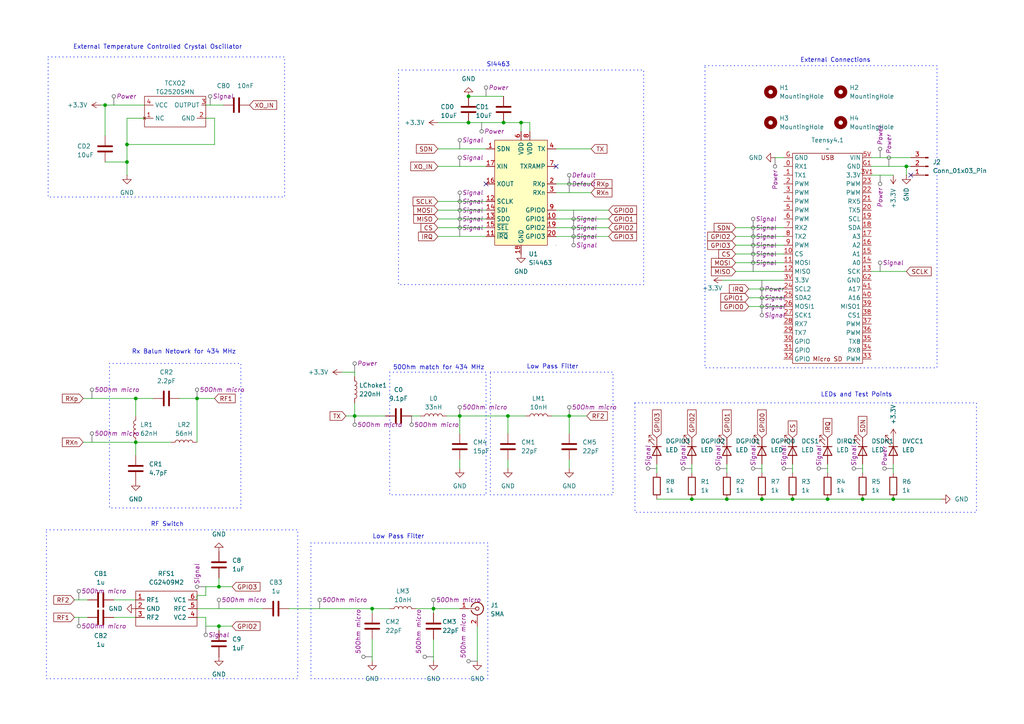
<source format=kicad_sch>
(kicad_sch (version 20231120) (generator "eeschema") (generator_version "8.0")
  (paper "A4")
  (lib_symbols
    (symbol "Avionics:Teensy4.1"
      (property "Reference" "Teensy4.1" (at 0 0 90))
      (symbol "Teensy4.1_1_1"
        (text "Micro SD" (at 0 -29.21 0) (effects (font (size 1.27 1.27))))
        (text "USB" (at 0 29.21 0) (effects (font (size 1.27 1.27))))
        (pin input line (at -12.7 26.67 0) (length 2.54) (name "RX1") (number "0"))
        (pin input line (at -12.7 24.13 0) (length 2.54) (name "TX1") (number "1"))
        (pin input line (at -12.7 1.27 0) (length 2.54) (name "CS") (number "10"))
        (pin input line (at -12.7 -1.27 0) (length 2.54) (name "MOSI") (number "11"))
        (pin input line (at -12.7 -3.81 0) (length 2.54) (name "MISO") (number "12"))
        (pin input line (at 12.7 -3.81 180) (length 2.54) (name "SCK") (number "13"))
        (pin input line (at 12.7 -1.27 180) (length 2.54) (name "A0") (number "14"))
        (pin input line (at 12.7 1.27 180) (length 2.54) (name "A1") (number "15"))
        (pin input line (at 12.7 3.81 180) (length 2.54) (name "A2") (number "16"))
        (pin input line (at 12.7 6.35 180) (length 2.54) (name "A3") (number "17"))
        (pin input line (at 12.7 8.89 180) (length 2.54) (name "SDA") (number "18"))
        (pin input line (at 12.7 11.43 180) (length 2.54) (name "SCL") (number "19"))
        (pin input line (at -12.7 21.59 0) (length 2.54) (name "PWM") (number "2"))
        (pin input line (at 12.7 13.97 180) (length 2.54) (name "TX5") (number "20"))
        (pin input line (at 12.7 16.51 180) (length 2.54) (name "RX5") (number "21"))
        (pin input line (at 12.7 19.05 180) (length 2.54) (name "PWM") (number "22"))
        (pin input line (at 12.7 21.59 180) (length 2.54) (name "PWM") (number "23"))
        (pin input line (at -12.7 -8.89 0) (length 2.54) (name "SCL2") (number "24"))
        (pin input line (at -12.7 -11.43 0) (length 2.54) (name "SDA2") (number "25"))
        (pin input line (at -12.7 -13.97 0) (length 2.54) (name "MOSI1") (number "26"))
        (pin input line (at -12.7 -16.51 0) (length 2.54) (name "SCK1") (number "27"))
        (pin input line (at -12.7 -19.05 0) (length 2.54) (name "RX7") (number "28"))
        (pin input line (at -12.7 -21.59 0) (length 2.54) (name "TX7") (number "29"))
        (pin input line (at -12.7 19.05 0) (length 2.54) (name "PWM") (number "3"))
        (pin input line (at -12.7 -24.13 0) (length 2.54) (name "GPIO") (number "30"))
        (pin input line (at -12.7 -26.67 0) (length 2.54) (name "GPIO") (number "31"))
        (pin input line (at -12.7 -29.21 0) (length 2.54) (name "GPIO") (number "32"))
        (pin input line (at 12.7 -29.21 180) (length 2.54) (name "PWM") (number "33"))
        (pin input line (at 12.7 -26.67 180) (length 2.54) (name "RX8") (number "34"))
        (pin input line (at 12.7 -24.13 180) (length 2.54) (name "TX8") (number "35"))
        (pin input line (at 12.7 -21.59 180) (length 2.54) (name "PWM") (number "36"))
        (pin input line (at 12.7 -19.05 180) (length 2.54) (name "PWM") (number "37"))
        (pin input line (at 12.7 -16.51 180) (length 2.54) (name "CS1") (number "38"))
        (pin input line (at 12.7 -13.97 180) (length 2.54) (name "MISO1") (number "39"))
        (pin input line (at -12.7 -6.35 0) (length 2.54) (name "3.3V") (number "3V"))
        (pin input line (at 12.7 24.13 180) (length 2.54) (name "3.3V") (number "3V1"))
        (pin input line (at -12.7 16.51 0) (length 2.54) (name "PWM") (number "4"))
        (pin input line (at 12.7 -11.43 180) (length 2.54) (name "A16") (number "40"))
        (pin input line (at 12.7 -8.89 180) (length 2.54) (name "A17") (number "41"))
        (pin input line (at -12.7 13.97 0) (length 2.54) (name "PWM") (number "5"))
        (pin input line (at 12.7 29.21 180) (length 2.54) (name "VIN") (number "5V"))
        (pin input line (at -12.7 11.43 0) (length 2.54) (name "PWM") (number "6"))
        (pin input line (at -12.7 8.89 0) (length 2.54) (name "RX2") (number "7"))
        (pin input line (at -12.7 6.35 0) (length 2.54) (name "TX2") (number "8"))
        (pin input line (at -12.7 3.81 0) (length 2.54) (name "PWM") (number "9"))
        (pin input line (at -12.7 29.21 0) (length 2.54) (name "GND") (number "G"))
        (pin input line (at 12.7 26.67 180) (length 2.54) (name "GND") (number "G1"))
        (pin input line (at 12.7 -6.35 180) (length 2.54) (name "GND") (number "G2"))
      )
    )
    (symbol "Connector:Conn_01x03_Pin" (pin_names (offset 1.016) hide)
      (property "Reference" "J" (at 0 5.08 0))
      (property "Value" "Conn_01x03_Pin" (at 0 -5.08 0))
      (symbol "Conn_01x03_Pin_1_1"
        (pin passive line (at 5.08 2.54 180) (length 3.81) (name "Pin_1") (number "1"))
        (pin passive line (at 5.08 0 180) (length 3.81) (name "Pin_2") (number "2"))
        (pin passive line (at 5.08 -2.54 180) (length 3.81) (name "Pin_3") (number "3"))
      )
    )
    (symbol "Connector:Conn_Coaxial" (pin_names (offset 1.016) hide)
      (property "Reference" "J" (at 0.254 3.048 0))
      (property "Value" "Conn_Coaxial" (at 2.921 0 90))
      (symbol "Conn_Coaxial_1_1"
        (pin passive line (at -5.08 0 0) (length 2.54) (name "In") (number "1"))
        (pin passive line (at 0 -5.08 90) (length 2.54) (name "Ext") (number "2"))
      )
    )
    (symbol "Device:C" (pin_numbers hide) (pin_names (offset 0.254))
      (property "Reference" "C" (at 0.635 2.54 0))
      (property "Value" "C" (at 0.635 -2.54 0))
      (symbol "C_1_1"
        (pin passive line (at 0 3.81 270) (length 2.794) (name "~") (number "1"))
        (pin passive line (at 0 -3.81 90) (length 2.794) (name "~") (number "2"))
      )
    )
    (symbol "Device:L" (pin_numbers hide) (pin_names (offset 1.016) hide)
      (property "Reference" "L" (at -1.27 0 90))
      (property "Value" "L" (at 1.905 0 90))
      (symbol "L_1_1"
        (pin passive line (at 0 3.81 270) (length 1.27) (name "1") (number "1"))
        (pin passive line (at 0 -3.81 90) (length 1.27) (name "2") (number "2"))
      )
    )
    (symbol "Device:LED" (pin_numbers hide) (pin_names (offset 1.016) hide)
      (property "Reference" "D" (at 0 2.54 0))
      (property "Value" "LED" (at 0 -2.54 0))
      (symbol "LED_1_1"
        (pin passive line (at -3.81 0 0) (length 2.54) (name "K") (number "1"))
        (pin passive line (at 3.81 0 180) (length 2.54) (name "A") (number "2"))
      )
    )
    (symbol "Device:R" (pin_numbers hide) (pin_names (offset 0))
      (property "Reference" "R" (at 2.032 0 90))
      (property "Value" "R" (at 0 0 90))
      (symbol "R_1_1"
        (pin passive line (at 0 3.81 270) (length 1.27) (name "~") (number "1"))
        (pin passive line (at 0 -3.81 90) (length 1.27) (name "~") (number "2"))
      )
    )
    (symbol "Mechanical:MountingHole" (pin_names (offset 1.016)) (exclude_from_sim yes) (in_bom no)
      (property "Reference" "H" (at 0 5.08 0))
      (property "Value" "MountingHole" (at 0 3.175 0))
    )
    (symbol "RF:Si4463"
      (property "Reference" "U" (at -6.35 16.51 0))
      (property "Value" "Si4463" (at 6.35 16.51 0))
      (symbol "Si4463_1_1"
        (pin input line (at -10.16 12.7 0) (length 2.54) (name "SDN") (number "1"))
        (pin bidirectional line (at 10.16 -7.62 180) (length 2.54) (name "GPIO1") (number "10"))
        (pin open_collector line (at -10.16 -12.7 0) (length 2.54) (name "~{IRQ}") (number "11"))
        (pin input line (at -10.16 -2.54 0) (length 2.54) (name "SCLK") (number "12"))
        (pin output line (at -10.16 -7.62 0) (length 2.54) (name "SDO") (number "13"))
        (pin input line (at -10.16 -5.08 0) (length 2.54) (name "SDI") (number "14"))
        (pin input line (at -10.16 -10.16 0) (length 2.54) (name "~{SEL}") (number "15"))
        (pin passive line (at -10.16 2.54 0) (length 2.54) (name "XOUT") (number "16"))
        (pin input line (at -10.16 7.62 0) (length 2.54) (name "XIN") (number "17"))
        (pin power_in line (at 0 -17.78 90) (length 2.54) (name "GND") (number "18"))
        (pin bidirectional line (at 10.16 -10.16 180) (length 2.54) (name "GPIO2") (number "19"))
        (pin input line (at 10.16 2.54 180) (length 2.54) (name "RXp") (number "2"))
        (pin bidirectional line (at 10.16 -12.7 180) (length 2.54) (name "GPIO3") (number "20"))
        (pin passive line (at 0 -17.78 90) (length 2.54) hide (name "GND") (number "21"))
        (pin input line (at 10.16 0 180) (length 2.54) (name "RXn") (number "3"))
        (pin output line (at 10.16 12.7 180) (length 2.54) (name "TX") (number "4"))
        (pin no_connect line (at 7.62 -15.24 180) (length 2.54) hide (name "NC") (number "5"))
        (pin power_in line (at 0 17.78 270) (length 2.54) (name "VDD") (number "6"))
        (pin output line (at 10.16 7.62 180) (length 2.54) (name "TXRAMP") (number "7"))
        (pin power_in line (at 2.54 17.78 270) (length 2.54) (name "VDD") (number "8"))
        (pin bidirectional line (at 10.16 -5.08 180) (length 2.54) (name "GPIO0") (number "9"))
      )
    )
    (symbol "RF_Switch:CG2409M2"
      (property "Reference" "RFS" (at 11.43 2.54 0) (show_name))
      (property "Value" "CG2409M2" (at 11.43 0 0))
      (symbol "CG2409M2_1_1"
        (pin input line (at 2.54 -3.81 0) (length 2.54) (name "RF1") (number "1"))
        (pin free line (at 2.54 -6.35 0) (length 2.54) (name "GND") (number "2"))
        (pin output line (at 2.54 -8.89 0) (length 2.54) (name "RF2") (number "3"))
        (pin input line (at 20.32 -8.89 180) (length 2.54) (name "VC2") (number "4"))
        (pin input line (at 20.32 -6.35 180) (length 2.54) (name "RFC") (number "5"))
        (pin input line (at 20.32 -3.81 180) (length 2.54) (name "VC1") (number "6"))
      )
    )
    (symbol "RTX-104CHZ1-S-32.000-TR__1"
      (property "Reference" "TCXO" (at 0 0 0))
      (symbol "RTX-104CHZ1-S-32.000-TR__1_1_1"
        (pin no_connect line (at 0 -8.89 0) (length 2.54) (name "NC") (number "1"))
        (pin free line (at 17.78 -8.89 180) (length 2.54) (name "GND") (number "2"))
        (pin output line (at 17.78 -5.08 180) (length 1.27) (name "OUTPUT") (number "3"))
        (pin input line (at 0 -5.08 0) (length 2.54) (name "VCC") (number "4"))
      )
    )
    (symbol "power:+3.3V" (power) (pin_numbers hide) (pin_names (offset 0) hide)
      (property "Value" "+3.3V" (at 0 3.556 0))
      (symbol "+3.3V_1_1"
        (pin power_in line (at 0 0 90) (length 0) (name "~") (number "1"))
      )
    )
    (symbol "power:GND" (power) (pin_numbers hide) (pin_names (offset 0) hide)
      (property "Value" "GND" (at 0 -3.81 0))
      (symbol "GND_1_1"
        (pin power_in line (at 0 0 270) (length 0) (name "~") (number "1"))
      )
    )
  )
  (junction (at 30.48 30.48))
  (junction (at 135.89 27.94))
  (junction (at 250.19 144.78))
  (junction (at 36.83 46.99))
  (junction (at 39.37 128.27))
  (junction (at 220.98 144.78))
  (junction (at 135.89 35.56))
  (junction (at 102.87 120.65))
  (junction (at 151.13 35.56))
  (junction (at 36.83 41.91))
  (junction (at 240.03 144.78))
  (junction (at 200.66 144.78))
  (junction (at 147.32 120.65))
  (junction (at 57.15 115.57))
  (junction (at 259.08 144.78))
  (junction (at 63.5 181.61))
  (junction (at 262.89 48.26))
  (junction (at 146.05 35.56))
  (junction (at 165.1 120.65))
  (junction (at 107.95 176.53))
  (junction (at 229.87 144.78))
  (junction (at 125.73 176.53))
  (junction (at 210.82 144.78))
  (junction (at 133.35 120.65))
  (junction (at 39.37 115.57))
  (junction (at 63.5 170.18))
  (no_connect (at 161.29 48.26))
  (no_connect (at 264.16 50.8))
  (no_connect (at 140.97 53.34))
  (wire (pts (xy 119.38 120.65) (xy 121.92 120.65)))
  (wire (pts (xy 213.36 78.74) (xy 227.33 78.74)))
  (wire (pts (xy 39.37 128.27) (xy 49.53 128.27)))
  (wire (pts (xy 259.08 50.8) (xy 252.73 50.8)))
  (wire (pts (xy 125.73 176.53) (xy 133.35 176.53)))
  (wire (pts (xy 165.1 133.35) (xy 165.1 135.89)))
  (wire (pts (xy 213.36 68.58) (xy 227.33 68.58)))
  (wire (pts (xy 165.1 125.73) (xy 165.1 120.65)))
  (wire (pts (xy 30.48 46.99) (xy 36.83 46.99)))
  (wire (pts (xy 59.69 172.72) (xy 57.15 172.72)))
  (wire (pts (xy 30.48 30.48) (xy 30.48 39.37)))
  (wire (pts (xy 146.05 35.56) (xy 151.13 35.56)))
  (wire (pts (xy 171.45 55.88) (xy 161.29 55.88)))
  (wire (pts (xy 165.1 120.65) (xy 170.18 120.65)))
  (wire (pts (xy 147.32 120.65) (xy 152.4 120.65)))
  (wire (pts (xy 102.87 107.95) (xy 102.87 109.22)))
  (wire (pts (xy 33.02 179.07) (xy 39.37 179.07)))
  (wire (pts (xy 21.59 173.99) (xy 25.4 173.99)))
  (wire (pts (xy 63.5 181.61) (xy 67.31 181.61)))
  (wire (pts (xy 171.45 53.34) (xy 161.29 53.34)))
  (wire (pts (xy 147.32 133.35) (xy 147.32 135.89)))
  (wire (pts (xy 107.95 176.53) (xy 113.03 176.53)))
  (wire (pts (xy 107.95 176.53) (xy 107.95 177.8)))
  (wire (pts (xy 127 43.18) (xy 140.97 43.18)))
  (wire (pts (xy 227.33 45.72) (xy 224.79 45.72)))
  (wire (pts (xy 102.87 116.84) (xy 102.87 120.65)))
  (wire (pts (xy 57.15 172.72) (xy 57.15 173.99)))
  (wire (pts (xy 262.89 78.74) (xy 252.73 78.74)))
  (wire (pts (xy 36.83 34.29) (xy 36.83 41.91)))
  (wire (pts (xy 250.19 134.62) (xy 250.19 137.16)))
  (wire (pts (xy 135.89 35.56) (xy 146.05 35.56)))
  (wire (pts (xy 102.87 120.65) (xy 111.76 120.65)))
  (wire (pts (xy 127 68.58) (xy 140.97 68.58)))
  (wire (pts (xy 210.82 134.62) (xy 210.82 137.16)))
  (wire (pts (xy 59.69 179.07) (xy 59.69 181.61)))
  (wire (pts (xy 39.37 128.27) (xy 39.37 132.08)))
  (wire (pts (xy 127 48.26) (xy 140.97 48.26)))
  (wire (pts (xy 127 66.04) (xy 140.97 66.04)))
  (wire (pts (xy 209.55 81.28) (xy 227.33 81.28)))
  (wire (pts (xy 129.54 120.65) (xy 133.35 120.65)))
  (wire (pts (xy 29.21 30.48) (xy 30.48 30.48)))
  (wire (pts (xy 160.02 120.65) (xy 165.1 120.65)))
  (wire (pts (xy 252.73 45.72) (xy 264.16 45.72)))
  (wire (pts (xy 176.53 60.96) (xy 161.29 60.96)))
  (wire (pts (xy 220.98 134.62) (xy 220.98 137.16)))
  (wire (pts (xy 36.83 46.99) (xy 36.83 50.8)))
  (wire (pts (xy 200.66 134.62) (xy 200.66 137.16)))
  (wire (pts (xy 107.95 185.42) (xy 107.95 191.77)))
  (wire (pts (xy 21.59 179.07) (xy 25.4 179.07)))
  (wire (pts (xy 127 58.42) (xy 140.97 58.42)))
  (wire (pts (xy 59.69 34.29) (xy 62.23 34.29)))
  (wire (pts (xy 240.03 134.62) (xy 240.03 137.16)))
  (wire (pts (xy 217.17 88.9) (xy 227.33 88.9)))
  (wire (pts (xy 252.73 48.26) (xy 262.89 48.26)))
  (wire (pts (xy 176.53 66.04) (xy 161.29 66.04)))
  (wire (pts (xy 41.91 34.29) (xy 36.83 34.29)))
  (wire (pts (xy 135.89 27.94) (xy 146.05 27.94)))
  (wire (pts (xy 138.43 181.61) (xy 138.43 191.77)))
  (wire (pts (xy 83.82 176.53) (xy 107.95 176.53)))
  (wire (pts (xy 259.08 144.78) (xy 273.05 144.78)))
  (wire (pts (xy 176.53 63.5) (xy 161.29 63.5)))
  (wire (pts (xy 133.35 120.65) (xy 133.35 125.73)))
  (wire (pts (xy 151.13 35.56) (xy 153.67 35.56)))
  (wire (pts (xy 30.48 30.48) (xy 41.91 30.48)))
  (wire (pts (xy 59.69 170.18) (xy 63.5 170.18)))
  (wire (pts (xy 33.02 173.99) (xy 39.37 173.99)))
  (wire (pts (xy 229.87 134.62) (xy 229.87 137.16)))
  (wire (pts (xy 62.23 34.29) (xy 62.23 41.91)))
  (wire (pts (xy 57.15 115.57) (xy 62.23 115.57)))
  (wire (pts (xy 62.23 41.91) (xy 36.83 41.91)))
  (wire (pts (xy 220.98 144.78) (xy 229.87 144.78)))
  (wire (pts (xy 190.5 144.78) (xy 200.66 144.78)))
  (wire (pts (xy 59.69 170.18) (xy 59.69 172.72)))
  (wire (pts (xy 240.03 144.78) (xy 250.19 144.78)))
  (wire (pts (xy 217.17 83.82) (xy 227.33 83.82)))
  (wire (pts (xy 99.06 107.95) (xy 102.87 107.95)))
  (wire (pts (xy 213.36 76.2) (xy 227.33 76.2)))
  (wire (pts (xy 127 35.56) (xy 135.89 35.56)))
  (wire (pts (xy 200.66 144.78) (xy 210.82 144.78)))
  (wire (pts (xy 147.32 120.65) (xy 147.32 125.73)))
  (wire (pts (xy 262.89 48.26) (xy 264.16 48.26)))
  (wire (pts (xy 39.37 115.57) (xy 39.37 120.65)))
  (wire (pts (xy 213.36 71.12) (xy 227.33 71.12)))
  (wire (pts (xy 63.5 182.88) (xy 63.5 181.61)))
  (wire (pts (xy 57.15 179.07) (xy 59.69 179.07)))
  (wire (pts (xy 250.19 144.78) (xy 259.08 144.78)))
  (wire (pts (xy 59.69 181.61) (xy 63.5 181.61)))
  (wire (pts (xy 24.13 115.57) (xy 39.37 115.57)))
  (wire (pts (xy 133.35 120.65) (xy 147.32 120.65)))
  (wire (pts (xy 153.67 35.56) (xy 153.67 38.1)))
  (wire (pts (xy 213.36 66.04) (xy 227.33 66.04)))
  (wire (pts (xy 213.36 73.66) (xy 227.33 73.66)))
  (wire (pts (xy 100.33 120.65) (xy 102.87 120.65)))
  (wire (pts (xy 190.5 134.62) (xy 190.5 137.16)))
  (wire (pts (xy 57.15 115.57) (xy 52.07 115.57)))
  (wire (pts (xy 125.73 177.8) (xy 125.73 176.53)))
  (wire (pts (xy 39.37 115.57) (xy 44.45 115.57)))
  (wire (pts (xy 262.89 48.26) (xy 262.89 50.8)))
  (wire (pts (xy 259.08 134.62) (xy 259.08 137.16)))
  (wire (pts (xy 127 63.5) (xy 140.97 63.5)))
  (wire (pts (xy 57.15 176.53) (xy 76.2 176.53)))
  (wire (pts (xy 63.5 167.64) (xy 63.5 170.18)))
  (wire (pts (xy 171.45 43.18) (xy 161.29 43.18)))
  (wire (pts (xy 151.13 35.56) (xy 151.13 38.1)))
  (wire (pts (xy 133.35 133.35) (xy 133.35 135.89)))
  (wire (pts (xy 127 60.96) (xy 140.97 60.96)))
  (wire (pts (xy 229.87 144.78) (xy 240.03 144.78)))
  (wire (pts (xy 176.53 68.58) (xy 161.29 68.58)))
  (wire (pts (xy 24.13 128.27) (xy 39.37 128.27)))
  (wire (pts (xy 36.83 41.91) (xy 36.83 46.99)))
  (wire (pts (xy 217.17 86.36) (xy 227.33 86.36)))
  (wire (pts (xy 210.82 144.78) (xy 220.98 144.78)))
  (wire (pts (xy 120.65 176.53) (xy 125.73 176.53)))
  (wire (pts (xy 63.5 170.18) (xy 67.31 170.18)))
  (wire (pts (xy 57.15 128.27) (xy 57.15 115.57)))
  (wire (pts (xy 59.69 30.48) (xy 64.77 30.48)))
  (wire (pts (xy 125.73 185.42) (xy 125.73 191.77)))
  (rectangle (start 204.47 19.05) (end 271.78 106.68) (stroke (width 0.254) (type dot) (color 23 47 255 1)))
  (rectangle (start 13.97 16.51) (end 82.55 57.15) (stroke (width 0.254) (type dot) (color 23 47 255 1)))
  (rectangle (start 184.15 116.84) (end 283.21 148.59) (stroke (width 0.254) (type dot) (color 23 47 255 1)))
  (rectangle (start 142.24 107.95) (end 177.8 143.51) (stroke (width 0.254) (type dot) (color 23 47 255 1)))
  (rectangle (start 31.75 105.41) (end 69.85 147.32) (stroke (width 0.254) (type dot) (color 23 47 255 1)))
  (rectangle (start 90.17 157.48) (end 141.478 196.85) (stroke (width 0.254) (type dot) (color 23 47 255 1)))
  (rectangle (start 115.57 20.32) (end 186.69 82.55) (stroke (width 0.254) (type dot) (color 23 47 255 1)))
  (rectangle (start 13.462 153.67) (end 86.36 196.85) (stroke (width 0.254) (type dot) (color 23 47 255 1)))
  (rectangle (start 113.03 107.95) (end 140.97 143.51) (stroke (width 0.254) (type dot) (color 23 47 255 1)))
  (text "Rx Balun Netowrk for 434 MHz\n" (at 53.34 102.108 0) (effects (font (size 1.27 1.27))))
  (text "LEDs and Test Points\n" (at 248.412 114.554 0) (effects (font (size 1.27 1.27))))
  (text "External Temperature Controlled Crystal Oscillator\n\n" (at 45.72 14.732 0) (effects (font (size 1.27 1.27))))
  (text "RF Switch\n" (at 48.514 152.146 0) (effects (font (size 1.27 1.27))))
  (text "Low Pass Filter" (at 115.57 155.702 0) (effects (font (size 1.27 1.27))))
  (text "Low Pass Filter" (at 160.274 106.426 0) (effects (font (size 1.27 1.27))))
  (text "50Ohm match for 434 MHz\n" (at 127.254 106.68 0) (effects (font (size 1.27 1.27))))
  (text "SI4463" (at 144.526 18.796 0) (effects (font (size 1.27 1.27))))
  (text "External Connections\n" (at 242.316 17.526 0) (effects (font (size 1.27 1.27))))
  (global_label "GPIO3" (shape input) (at 190.5 127 90) (property "Intersheetrefs" "${INTERSHEET_REFS}" (effects (hide yes))))
  (global_label "GPIO0" (shape input) (at 176.53 60.96 0) (property "Intersheetrefs" "${INTERSHEET_REFS}" (effects (hide yes))))
  (global_label "RXn" (shape input) (at 24.13 128.27 180) (property "Intersheetrefs" "${INTERSHEET_REFS}" (effects (hide yes))))
  (global_label "SDN" (shape input) (at 213.36 66.04 180) (property "Intersheetrefs" "${INTERSHEET_REFS}" (effects (hide yes))))
  (global_label "GPIO2" (shape input) (at 213.36 68.58 180) (property "Intersheetrefs" "${INTERSHEET_REFS}" (effects (hide yes))))
  (global_label "CS" (shape input) (at 127 66.04 180) (property "Intersheetrefs" "${INTERSHEET_REFS}" (effects (hide yes))))
  (global_label "RXp" (shape input) (at 171.45 53.34 0) (property "Intersheetrefs" "${INTERSHEET_REFS}" (effects (hide yes))))
  (global_label "IRQ" (shape input) (at 217.17 83.82 180) (property "Intersheetrefs" "${INTERSHEET_REFS}" (effects (hide yes))))
  (global_label "TX" (shape input) (at 171.45 43.18 0) (property "Intersheetrefs" "${INTERSHEET_REFS}" (effects (hide yes))))
  (global_label "GPIO2" (shape input) (at 200.66 127 90) (property "Intersheetrefs" "${INTERSHEET_REFS}" (effects (hide yes))))
  (global_label "GPIO0" (shape input) (at 217.17 88.9 180) (property "Intersheetrefs" "${INTERSHEET_REFS}" (effects (hide yes))))
  (global_label "XO_IN" (shape input) (at 72.39 30.48 0) (property "Intersheetrefs" "${INTERSHEET_REFS}" (effects (hide yes))))
  (global_label "GPIO1" (shape input) (at 176.53 63.5 0) (property "Intersheetrefs" "${INTERSHEET_REFS}" (effects (hide yes))))
  (global_label "IRQ" (shape input) (at 127 68.58 180) (property "Intersheetrefs" "${INTERSHEET_REFS}" (effects (hide yes))))
  (global_label "SCLK" (shape input) (at 262.89 78.74 0) (property "Intersheetrefs" "${INTERSHEET_REFS}" (effects (hide yes))))
  (global_label "SDN" (shape input) (at 250.19 127 90) (property "Intersheetrefs" "${INTERSHEET_REFS}" (effects (hide yes))))
  (global_label "SDN" (shape input) (at 127 43.18 180) (property "Intersheetrefs" "${INTERSHEET_REFS}" (effects (hide yes))))
  (global_label "RF2" (shape input) (at 21.59 173.99 180) (property "Intersheetrefs" "${INTERSHEET_REFS}" (effects (hide yes))))
  (global_label "RF1" (shape input) (at 21.59 179.07 180) (property "Intersheetrefs" "${INTERSHEET_REFS}" (effects (hide yes))))
  (global_label "GPIO0" (shape input) (at 220.98 127 90) (property "Intersheetrefs" "${INTERSHEET_REFS}" (effects (hide yes))))
  (global_label "MISO" (shape input) (at 213.36 78.74 180) (property "Intersheetrefs" "${INTERSHEET_REFS}" (effects (hide yes))))
  (global_label "MISO" (shape input) (at 127 63.5 180) (property "Intersheetrefs" "${INTERSHEET_REFS}" (effects (hide yes))))
  (global_label "TX" (shape input) (at 100.33 120.65 180) (property "Intersheetrefs" "${INTERSHEET_REFS}" (effects (hide yes))))
  (global_label "RF2" (shape input) (at 170.18 120.65 0) (property "Intersheetrefs" "${INTERSHEET_REFS}" (effects (hide yes))))
  (global_label "GPIO1" (shape input) (at 217.17 86.36 180) (property "Intersheetrefs" "${INTERSHEET_REFS}" (effects (hide yes))))
  (global_label "GPIO2" (shape input) (at 67.31 181.61 0) (property "Intersheetrefs" "${INTERSHEET_REFS}" (effects (hide yes))))
  (global_label "RXp" (shape input) (at 24.13 115.57 180) (property "Intersheetrefs" "${INTERSHEET_REFS}" (effects (hide yes))))
  (global_label "GPIO3" (shape input) (at 67.31 170.18 0) (property "Intersheetrefs" "${INTERSHEET_REFS}" (effects (hide yes))))
  (global_label "CS" (shape input) (at 229.87 127 90) (property "Intersheetrefs" "${INTERSHEET_REFS}" (effects (hide yes))))
  (global_label "IRQ" (shape input) (at 240.03 127 90) (property "Intersheetrefs" "${INTERSHEET_REFS}" (effects (hide yes))))
  (global_label "RF1" (shape input) (at 62.23 115.57 0) (property "Intersheetrefs" "${INTERSHEET_REFS}" (effects (hide yes))))
  (global_label "GPIO3" (shape input) (at 176.53 68.58 0) (property "Intersheetrefs" "${INTERSHEET_REFS}" (effects (hide yes))))
  (global_label "MOSI" (shape input) (at 213.36 76.2 180) (property "Intersheetrefs" "${INTERSHEET_REFS}" (effects (hide yes))))
  (global_label "RXn" (shape input) (at 171.45 55.88 0) (property "Intersheetrefs" "${INTERSHEET_REFS}" (effects (hide yes))))
  (global_label "CS" (shape input) (at 213.36 73.66 180) (property "Intersheetrefs" "${INTERSHEET_REFS}" (effects (hide yes))))
  (global_label "GPIO2" (shape input) (at 176.53 66.04 0) (property "Intersheetrefs" "${INTERSHEET_REFS}" (effects (hide yes))))
  (global_label "SCLK" (shape input) (at 127 58.42 180) (property "Intersheetrefs" "${INTERSHEET_REFS}" (effects (hide yes))))
  (global_label "GPIO1" (shape input) (at 210.82 127 90) (property "Intersheetrefs" "${INTERSHEET_REFS}" (effects (hide yes))))
  (global_label "XO_IN" (shape input) (at 127 48.26 180) (property "Intersheetrefs" "${INTERSHEET_REFS}" (effects (hide yes))))
  (global_label "MOSI" (shape input) (at 127 60.96 180) (property "Intersheetrefs" "${INTERSHEET_REFS}" (effects (hide yes))))
  (global_label "GPIO3" (shape input) (at 213.36 71.12 180) (property "Intersheetrefs" "${INTERSHEET_REFS}" (effects (hide yes))))
  (netclass_flag "" (length 2.54) (shape round) (at 218.44 73.66 0) (property "Netclass" "Signal" (at 219.1385 71.12 0) (effects (font (italic yes)) (justify left))))
  (netclass_flag "" (length 2.54) (shape round) (at 165.1 53.34 0) (property "Netclass" "Default" (at 165.7985 50.8 0) (effects (font (italic yes)) (justify left))))
  (netclass_flag "" (length 2.54) (shape round) (at 166.37 63.5 180) (property "Netclass" "Signal" (at 167.0685 66.04 0) (effects (font (italic yes)) (justify left))))
  (netclass_flag "" (length 2.54) (shape round) (at 60.96 30.48 0) (property "Netclass" "Signal" (at 61.6585 27.94 0) (effects (font (italic yes)) (justify left))))
  (netclass_flag "" (length 2.54) (shape round) (at 255.27 50.8 180) (property "Netclass" "Power" (at 255.27 60.198 90) (effects (font (italic yes)) (justify left))))
  (netclass_flag "" (length 2.54) (shape round) (at 102.87 107.95 0) (property "Netclass" "Power" (at 103.5685 105.41 0) (effects (font (italic yes)) (justify left))))
  (netclass_flag "" (length 2.54) (shape round) (at 63.5 176.53 0) (property "Netclass" "50Ohm micro" (at 64.1985 173.99 0) (effects (font (italic yes)) (justify left))))
  (netclass_flag "" (length 2.54) (shape round) (at 107.95 190.5 90) (property "Netclass" "50Ohm micro" (at 103.886 189.738 90) (effects (font (italic yes)) (justify left))))
  (netclass_flag "" (length 2.54) (shape round) (at 200.66 135.89 90) (property "Netclass" "Signal" (at 198.12 135.1915 90) (effects (font (italic yes)) (justify left))))
  (netclass_flag "" (length 2.54) (shape round) (at 220.98 88.9 180) (property "Netclass" "Signal" (at 221.6785 91.44 0) (effects (font (italic yes)) (justify left))))
  (netclass_flag "" (length 2.54) (shape round) (at 220.98 83.82 180) (property "Netclass" "Signal" (at 221.6785 86.36 0) (effects (font (italic yes)) (justify left))))
  (netclass_flag "" (length 2.54) (shape round) (at 218.44 71.12 0) (property "Netclass" "Signal" (at 219.1385 68.58 0) (effects (font (italic yes)) (justify left))))
  (netclass_flag "" (length 2.54) (shape round) (at 92.71 176.53 0) (property "Netclass" "50Ohm micro" (at 93.4085 173.99 0) (effects (font (italic yes)) (justify left))))
  (netclass_flag "" (length 2.54) (shape round) (at 166.37 68.58 180) (property "Netclass" "Signal" (at 167.0685 71.12 0) (effects (font (italic yes)) (justify left))))
  (netclass_flag "" (length 2.54) (shape round) (at 166.37 66.04 180) (property "Netclass" "Signal" (at 167.0685 68.58 0) (effects (font (italic yes)) (justify left))))
  (netclass_flag "" (length 2.54) (shape round) (at 22.86 179.07 180) (property "Netclass" "50Ohm micro" (at 23.5585 181.61 0) (effects (font (italic yes)) (justify left))))
  (netclass_flag "" (length 2.54) (shape round) (at 218.44 68.58 0) (property "Netclass" "Signal" (at 219.1385 66.04 0) (effects (font (italic yes)) (justify left))))
  (netclass_flag "" (length 2.54) (shape round) (at 229.87 135.89 90) (property "Netclass" "Signal" (at 227.33 135.1915 90) (effects (font (italic yes)) (justify left))))
  (netclass_flag "" (length 2.54) (shape round) (at 218.44 66.04 0) (property "Netclass" "Signal" (at 219.1385 63.5 0) (effects (font (italic yes)) (justify left))))
  (netclass_flag "" (length 2.54) (shape round) (at 119.38 120.65 180) (property "Netclass" "50Ohm micro" (at 120.0785 123.19 0) (effects (font (italic yes)) (justify left))))
  (netclass_flag "" (length 2.54) (shape round) (at 133.35 60.96 0) (property "Netclass" "Signal" (at 134.0485 58.42 0) (effects (font (italic yes)) (justify left))))
  (netclass_flag "" (length 2.54) (shape round) (at 133.35 68.58 0) (property "Netclass" "Signal" (at 134.0485 66.04 0) (effects (font (italic yes)) (justify left))))
  (netclass_flag "" (length 2.54) (shape round) (at 133.35 48.26 0) (property "Netclass" "Signal" (at 134.0485 45.72 0) (effects (font (italic yes)) (justify left))))
  (netclass_flag "" (length 2.54) (shape round) (at 210.82 135.89 90) (property "Netclass" "Signal" (at 208.28 135.1915 90) (effects (font (italic yes)) (justify left))))
  (netclass_flag "" (length 2.54) (shape round) (at 255.27 45.72 0) (property "Netclass" "Power" (at 255.27 36.322 90) (effects (font (italic yes)) (justify right))))
  (netclass_flag "" (length 2.54) (shape round) (at 26.67 128.27 0) (property "Netclass" "50Ohm micro" (at 27.3685 125.73 0) (effects (font (italic yes)) (justify left))))
  (netclass_flag "" (length 2.54) (shape round) (at 190.5 135.89 90) (property "Netclass" "Signal" (at 187.96 135.1915 90) (effects (font (italic yes)) (justify left))))
  (netclass_flag "" (length 2.54) (shape round) (at 255.27 78.74 0) (property "Netclass" "Signal" (at 255.9685 76.2 0) (effects (font (italic yes)) (justify left))))
  (netclass_flag "" (length 2.54) (shape round) (at 59.69 170.18 90) (property "Netclass" "Signal" (at 57.15 169.4815 90) (effects (font (italic yes)) (justify left))))
  (netclass_flag "" (length 2.54) (shape round) (at 125.73 176.53 0) (property "Netclass" "50Ohm micro" (at 126.4285 173.99 0) (effects (font (italic yes)) (justify left))))
  (netclass_flag "" (length 2.54) (shape round) (at 102.87 120.65 180) (property "Netclass" "50Ohm micro" (at 103.5685 123.19 0) (effects (font (italic yes)) (justify left))))
  (netclass_flag "" (length 2.54) (shape round) (at 125.73 190.5 90) (property "Netclass" "50Ohm micro" (at 121.412 189.738 90) (effects (font (italic yes)) (justify left))))
  (netclass_flag "" (length 2.54) (shape round) (at 259.08 135.89 90) (property "Netclass" "Power" (at 256.54 135.1915 90) (effects (font (italic yes)) (justify left))))
  (netclass_flag "" (length 2.54) (shape round) (at 250.19 135.89 90) (property "Netclass" "Signal" (at 247.65 135.1915 90) (effects (font (italic yes)) (justify left))))
  (netclass_flag "" (length 2.54) (shape round) (at 220.98 86.36 180) (property "Netclass" "Signal" (at 221.6785 88.9 0) (effects (font (italic yes)) (justify left))))
  (netclass_flag "" (length 2.54) (shape round) (at 138.43 191.77 90) (property "Netclass" "50Ohm micro" (at 134.366 191.008 90) (effects (font (italic yes)) (justify left))))
  (netclass_flag "" (length 2.54) (shape round) (at 224.79 45.72 180) (property "Netclass" "Power" (at 224.79 55.118 90) (effects (font (italic yes)) (justify left))))
  (netclass_flag "" (length 2.54) (shape round) (at 133.35 66.04 0) (property "Netclass" "Signal" (at 134.0485 63.5 0) (effects (font (italic yes)) (justify left))))
  (netclass_flag "" (length 2.54) (shape round) (at 22.86 173.99 0) (property "Netclass" "50Ohm micro" (at 23.5585 171.45 0) (effects (font (italic yes)) (justify left))))
  (netclass_flag "" (length 2.54) (shape round) (at 165.1 55.88 0) (property "Netclass" "Default" (at 165.7985 53.34 0) (effects (font (italic yes)) (justify left))))
  (netclass_flag "" (length 2.54) (shape round) (at 218.44 78.74 0) (property "Netclass" "Signal" (at 219.1385 76.2 0) (effects (font (italic yes)) (justify left))))
  (netclass_flag "" (length 2.54) (shape round) (at 133.35 43.18 0) (property "Netclass" "Signal" (at 134.0485 40.64 0) (effects (font (italic yes)) (justify left))))
  (netclass_flag "" (length 2.54) (shape round) (at 220.98 81.28 180) (property "Netclass" "Power" (at 221.6785 83.82 0) (effects (font (italic yes)) (justify left))))
  (netclass_flag "" (length 2.54) (shape round) (at 240.03 135.89 90) (property "Netclass" "Signal" (at 237.49 135.1915 90) (effects (font (italic yes)) (justify left))))
  (netclass_flag "" (length 2.54) (shape round) (at 140.97 27.94 0) (property "Netclass" "Power" (at 141.6685 25.4 0) (effects (font (italic yes)) (justify left))))
  (netclass_flag "" (length 2.54) (shape round) (at 218.44 76.2 0) (property "Netclass" "Signal" (at 219.1385 73.66 0) (effects (font (italic yes)) (justify left))))
  (netclass_flag "" (length 2.54) (shape round) (at 33.02 30.48 0) (property "Netclass" "Power" (at 33.7185 27.94 0) (effects (font (italic yes)) (justify left))))
  (netclass_flag "" (length 2.54) (shape round) (at 166.37 60.96 180) (property "Netclass" "Signal" (at 167.0685 63.5 0) (effects (font (italic yes)) (justify left))))
  (netclass_flag "" (length 2.54) (shape round) (at 165.1 120.65 0) (property "Netclass" "50Ohm micro" (at 165.7985 118.11 0) (effects (font (italic yes)) (justify left))))
  (netclass_flag "" (length 2.54) (shape round) (at 257.81 48.26 0) (property "Netclass" "Power" (at 257.81 38.862 90) (effects (font (italic yes)) (justify right))))
  (netclass_flag "" (length 2.54) (shape round) (at 133.35 63.5 0) (property "Netclass" "Signal" (at 134.0485 60.96 0) (effects (font (italic yes)) (justify left))))
  (netclass_flag "" (length 2.54) (shape round) (at 57.15 115.57 0) (property "Netclass" "50Ohm micro" (at 57.8485 113.03 0) (effects (font (italic yes)) (justify left))))
  (netclass_flag "" (length 2.54) (shape round) (at 133.35 120.65 0) (property "Netclass" "50Ohm micro" (at 134.0485 118.11 0) (effects (font (italic yes)) (justify left))))
  (netclass_flag "" (length 2.54) (shape round) (at 59.69 181.61 180) (property "Netclass" "Signal" (at 60.3885 184.15 0) (effects (font (italic yes)) (justify left))))
  (netclass_flag "" (length 2.54) (shape round) (at 133.35 58.42 0) (property "Netclass" "Signal" (at 134.0485 55.88 0) (effects (font (italic yes)) (justify left))))
  (netclass_flag "" (length 2.54) (shape round) (at 220.98 135.89 90) (property "Netclass" "Signal" (at 218.44 135.1915 90) (effects (font (italic yes)) (justify left))))
  (netclass_flag "" (length 2.54) (shape round) (at 26.67 115.57 0) (property "Netclass" "50Ohm micro" (at 27.3685 113.03 0) (effects (font (italic yes)) (justify left))))
  (netclass_flag "" (length 2.54) (shape round) (at 139.7 35.56 180) (property "Netclass" "Power" (at 140.3985 38.1 0) (effects (font (italic yes)) (justify left))))
  (symbol (lib_id "Device:R") (at 220.98 140.97 0) (unit 1)
    (property "Reference" "R7" (at 223.52 139.6999 0) (effects (justify left)))
    (property "Value" "1k" (at 223.52 142.2399 0) (effects (justify left)))
    (property "Footprint" "Resistor_SMD:R_0805_2012Metric_Pad1.20x1.40mm_HandSolder" (effects (hide yes)))
    (property "Description" "Resistor" (effects (hide yes)))
  )
  (symbol (lib_id "Mechanical:MountingHole") (at 223.52 35.56 0) (unit 1) (exclude_from_sim yes) (in_bom no)
    (property "Reference" "H3" (at 226.06 34.2899 0) (effects (justify left)))
    (property "Value" "MountingHole" (at 226.06 36.8299 0) (effects (justify left)))
    (property "Footprint" "MountingHole:MountingHole_2.2mm_M2" (effects (hide yes)))
    (property "Description" "Mounting Hole without connection" (effects (hide yes)))
  )
  (symbol (lib_id "power:+3.3V") (at 259.08 50.8 180) (unit 1)
    (property "Reference" "#PWR011" (effects (hide yes)))
    (property "Value" "+3.3V" (at 259.0799 54.61 90) (effects (justify left)))
    (property "Description" "Power symbol creates a global label with name \"+3.3V\"" (effects (hide yes)))
  )
  (symbol (lib_id "Device:C") (at 147.32 129.54 0) (unit 1)
    (property "Reference" "CM1" (at 151.13 128.2699 0) (effects (justify left)))
    (property "Value" "22pF" (at 151.13 130.8099 0) (effects (justify left)))
    (property "Footprint" "Capacitor_SMD:C_0805_2012Metric_Pad1.18x1.45mm_HandSolder" (effects (hide yes)))
    (property "Description" "Unpolarized capacitor" (effects (hide yes)))
  )
  (symbol (lib_id "Device:C") (at 146.05 31.75 0) (unit 1)
    (property "Reference" "CD1" (at 137.922 30.988 0) (effects (justify left)))
    (property "Value" "10uF" (at 137.922 33.528 0) (effects (justify left)))
    (property "Footprint" "Capacitor_SMD:C_0805_2012Metric_Pad1.18x1.45mm_HandSolder" (effects (hide yes)))
    (property "Description" "Unpolarized capacitor" (effects (hide yes)))
  )
  (symbol (lib_id "Device:C") (at 30.48 43.18 0) (unit 1)
    (property "Reference" "CD2" (at 22.352 42.418 0) (effects (justify left)))
    (property "Value" "10uF" (at 22.352 44.958 0) (effects (justify left)))
    (property "Footprint" "Capacitor_SMD:C_0805_2012Metric_Pad1.18x1.45mm_HandSolder" (effects (hide yes)))
    (property "Description" "Unpolarized capacitor" (effects (hide yes)))
  )
  (symbol (lib_id "power:GND") (at 262.89 50.8 0) (unit 1)
    (property "Reference" "#PWR08" (effects (hide yes)))
    (property "Value" "GND" (at 262.89 54.356 90) (effects (justify right)))
    (property "Description" "Power symbol creates a global label with name \"GND\" , ground" (effects (hide yes)))
  )
  (symbol (lib_id "power:GND") (at 39.37 176.53 270) (unit 1)
    (property "Reference" "#PWR03" (effects (hide yes)))
    (property "Value" "GND" (at 35.56 176.5299 90) (effects (justify right)))
    (property "Description" "Power symbol creates a global label with name \"GND\" , ground" (effects (hide yes)))
  )
  (symbol (lib_id "power:GND") (at 273.05 144.78 90) (unit 1)
    (property "Reference" "#PWR09" (effects (hide yes)))
    (property "Value" "GND" (at 276.86 144.7799 90) (effects (justify right)))
    (property "Description" "Power symbol creates a global label with name \"GND\" , ground" (effects (hide yes)))
  )
  (symbol (lib_id "Device:C") (at 63.5 186.69 0) (unit 1)
    (property "Reference" "C9" (at 67.31 185.4199 0) (effects (justify left)))
    (property "Value" "1uF" (at 67.31 187.9599 0) (effects (justify left)))
    (property "Footprint" "Capacitor_SMD:C_0805_2012Metric_Pad1.18x1.45mm_HandSolder" (effects (hide yes)))
    (property "Description" "Unpolarized capacitor" (effects (hide yes)))
  )
  (symbol (lib_id "Device:L") (at 156.21 120.65 90) (unit 1)
    (property "Reference" "LM1" (at 156.21 115.57 90))
    (property "Value" "10nH" (at 156.21 118.11 90))
    (property "Footprint" "Inductor_SMD:L_0805_2012Metric_Pad1.15x1.40mm_HandSolder" (effects (hide yes)))
    (property "Description" "Inductor" (effects (hide yes)))
  )
  (symbol (lib_id "Device:C") (at 48.26 115.57 90) (unit 1)
    (property "Reference" "CR2" (at 48.26 107.95 90))
    (property "Value" "2.2pF" (at 48.26 110.49 90))
    (property "Footprint" "Capacitor_SMD:C_0805_2012Metric_Pad1.18x1.45mm_HandSolder" (effects (hide yes)))
    (property "Description" "Unpolarized capacitor" (effects (hide yes)))
  )
  (symbol (lib_id "Device:C") (at 29.21 173.99 270) (unit 1)
    (property "Reference" "CB1" (at 29.21 166.37 90))
    (property "Value" "1u" (at 29.21 168.91 90))
    (property "Footprint" "Capacitor_SMD:C_0805_2012Metric_Pad1.18x1.45mm_HandSolder" (effects (hide yes)))
    (property "Description" "Unpolarized capacitor" (effects (hide yes)))
  )
  (symbol (lib_id "power:+3.3V") (at 209.55 81.28 90) (unit 1)
    (property "Reference" "#PWR017" (effects (hide yes)))
    (property "Value" "+3.3V" (at 209.55 83.566 90) (effects (justify left)))
    (property "Description" "Power symbol creates a global label with name \"+3.3V\"" (effects (hide yes)))
  )
  (symbol (lib_id "Device:L") (at 39.37 124.46 180) (unit 1)
    (property "Reference" "LR1" (at 40.64 123.1899 0) (effects (justify right)))
    (property "Value" "62nH" (at 40.64 125.7299 0) (effects (justify right)))
    (property "Footprint" "Inductor_SMD:L_0603_1608Metric_Pad1.05x0.95mm_HandSolder" (effects (hide yes)))
    (property "Description" "Inductor" (effects (hide yes)))
  )
  (symbol (lib_id "power:GND") (at 36.83 50.8 0) (unit 1)
    (property "Reference" "#PWR02" (effects (hide yes)))
    (property "Value" "GND" (at 36.83 55.88 0))
    (property "Description" "Power symbol creates a global label with name \"GND\" , ground" (effects (hide yes)))
  )
  (symbol (lib_id "power:GND") (at 151.13 73.66 0) (unit 1)
    (property "Reference" "#PWR06" (effects (hide yes)))
    (property "Value" "GND" (at 151.13 78.74 0))
    (property "Description" "Power symbol creates a global label with name \"GND\" , ground" (effects (hide yes)))
  )
  (symbol (lib_id "Device:R") (at 229.87 140.97 0) (unit 1)
    (property "Reference" "R3" (at 232.41 139.6999 0) (effects (justify left)))
    (property "Value" "1k" (at 232.41 142.2399 0) (effects (justify left)))
    (property "Footprint" "Resistor_SMD:R_0805_2012Metric_Pad1.20x1.40mm_HandSolder" (effects (hide yes)))
    (property "Description" "Resistor" (effects (hide yes)))
  )
  (symbol (lib_id "power:+3.3V") (at 99.06 107.95 90) (unit 1)
    (property "Reference" "#PWR016" (effects (hide yes)))
    (property "Value" "+3.3V" (at 95.25 107.9499 90) (effects (justify left)))
    (property "Description" "Power symbol creates a global label with name \"+3.3V\"" (effects (hide yes)))
  )
  (symbol (lib_id "power:+3.3V") (at 127 35.56 90) (unit 1)
    (property "Reference" "#PWR05" (effects (hide yes)))
    (property "Value" "+3.3V" (at 123.19 35.5599 90) (effects (justify left)))
    (property "Description" "Power symbol creates a global label with name \"+3.3V\"" (effects (hide yes)))
  )
  (symbol (lib_id "Connector:Conn_Coaxial") (at 138.43 176.53 0) (unit 1)
    (property "Reference" "J1" (at 142.24 175.5531 0) (effects (justify left)))
    (property "Value" "SMA" (at 142.24 178.0931 0) (effects (justify left)))
    (property "Footprint" "adafruit:SMA_EDGELAUNCH" (effects (hide yes)))
    (property "Description" "coaxial connector (BNC, SMA, SMB, SMC, Cinch/RCA, LEMO, ...)" (effects (hide yes)))
  )
  (symbol (lib_id "Device:R") (at 200.66 140.97 0) (unit 1)
    (property "Reference" "R1" (at 203.2 139.6999 0) (effects (justify left)))
    (property "Value" "1k" (at 203.2 142.2399 0) (effects (justify left)))
    (property "Footprint" "Resistor_SMD:R_0805_2012Metric_Pad1.20x1.40mm_HandSolder" (effects (hide yes)))
    (property "Description" "Resistor" (effects (hide yes)))
  )
  (symbol (lib_id "Device:C") (at 115.57 120.65 90) (unit 1)
    (property "Reference" "C0" (at 115.57 113.03 90))
    (property "Value" "9.1pF" (at 115.57 115.57 90))
    (property "Footprint" "Capacitor_SMD:C_0805_2012Metric_Pad1.18x1.45mm_HandSolder" (effects (hide yes)))
    (property "Description" "Unpolarized capacitor" (effects (hide yes)))
  )
  (symbol (lib_id "Device:LED") (at 220.98 130.81 270) (unit 1)
    (property "Reference" "DGPIO0" (at 223.52 127.9524 90) (effects (justify left)))
    (property "Value" "LED" (at 223.52 130.4924 90) (effects (justify left)))
    (property "Footprint" "LED_SMD:LED_0805_2012Metric_Pad1.15x1.40mm_HandSolder" (effects (hide yes)))
    (property "Description" "Light emitting diode" (effects (hide yes)))
  )
  (symbol (lib_id "Device:C") (at 39.37 135.89 180) (unit 1)
    (property "Reference" "CR1" (at 43.18 134.6199 0) (effects (justify right)))
    (property "Value" "4.7pF" (at 43.18 137.1599 0) (effects (justify right)))
    (property "Footprint" "Capacitor_SMD:C_0805_2012Metric_Pad1.18x1.45mm_HandSolder" (effects (hide yes)))
    (property "Description" "Unpolarized capacitor" (effects (hide yes)))
  )
  (symbol (lib_id "Device:LED") (at 240.03 130.81 270) (unit 1)
    (property "Reference" "DIRQ1" (at 242.57 127.9524 90) (effects (justify left)))
    (property "Value" "LED" (at 242.57 130.4924 90) (effects (justify left)))
    (property "Footprint" "LED_SMD:LED_0805_2012Metric_Pad1.15x1.40mm_HandSolder" (effects (hide yes)))
    (property "Description" "Light emitting diode" (effects (hide yes)))
  )
  (symbol (lib_id "Device:C") (at 68.58 30.48 270) (unit 1)
    (property "Reference" "CB0" (at 66.802 24.892 90) (effects (justify right)))
    (property "Value" "10nF" (at 73.66 24.892 90) (effects (justify right)))
    (property "Footprint" "Capacitor_SMD:C_0805_2012Metric_Pad1.18x1.45mm_HandSolder" (effects (hide yes)))
    (property "Description" "Unpolarized capacitor" (effects (hide yes)))
  )
  (symbol (lib_id "power:GND") (at 63.5 190.5 0) (unit 1)
    (property "Reference" "#PWR012" (effects (hide yes)))
    (property "Value" "GND" (at 63.5 195.58 0))
    (property "Description" "Power symbol creates a global label with name \"GND\" , ground" (effects (hide yes)))
  )
  (symbol (lib_id "Device:L") (at 116.84 176.53 90) (unit 1)
    (property "Reference" "LM3" (at 116.84 171.45 90))
    (property "Value" "10nH" (at 116.84 173.99 90))
    (property "Footprint" "Inductor_SMD:L_0805_2012Metric_Pad1.15x1.40mm_HandSolder" (effects (hide yes)))
    (property "Description" "Inductor" (effects (hide yes)))
  )
  (symbol (lib_id "power:GND") (at 125.73 191.77 0) (unit 1)
    (property "Reference" "#PWR014" (effects (hide yes)))
    (property "Value" "GND" (at 125.73 196.85 0))
    (property "Description" "Power symbol creates a global label with name \"GND\" , ground" (effects (hide yes)))
  )
  (symbol (lib_id "power:+3.3V") (at 259.08 127 0) (unit 1)
    (property "Reference" "#PWR020" (effects (hide yes)))
    (property "Value" "+3.3V" (at 259.0801 123.19 90) (effects (justify left)))
    (property "Description" "Power symbol creates a global label with name \"+3.3V\"" (effects (hide yes)))
  )
  (symbol (lib_id "Mechanical:MountingHole") (at 243.84 26.67 0) (unit 1) (exclude_from_sim yes) (in_bom no)
    (property "Reference" "H2" (at 246.38 25.3999 0) (effects (justify left)))
    (property "Value" "MountingHole" (at 246.38 27.9399 0) (effects (justify left)))
    (property "Footprint" "MountingHole:MountingHole_2.2mm_M2" (effects (hide yes)))
    (property "Description" "Mounting Hole without connection" (effects (hide yes)))
  )
  (symbol (lib_id "Mechanical:MountingHole") (at 243.84 35.56 0) (unit 1) (exclude_from_sim yes) (in_bom no)
    (property "Reference" "H4" (at 246.38 34.2899 0) (effects (justify left)))
    (property "Value" "MountingHole" (at 246.38 36.8299 0) (effects (justify left)))
    (property "Footprint" "MountingHole:MountingHole_2.2mm_M2" (effects (hide yes)))
    (property "Description" "Mounting Hole without connection" (effects (hide yes)))
  )
  (symbol (lib_id "Device:C") (at 125.73 181.61 0) (unit 1)
    (property "Reference" "CM3" (at 128.27 180.34 0) (effects (justify left)))
    (property "Value" "22pF" (at 128.27 182.88 0) (effects (justify left)))
    (property "Footprint" "Capacitor_SMD:C_0805_2012Metric_Pad1.18x1.45mm_HandSolder" (effects (hide yes)))
    (property "Description" "Unpolarized capacitor" (effects (hide yes)))
  )
  (symbol (lib_id "Device:C") (at 107.95 181.61 0) (unit 1)
    (property "Reference" "CM2" (at 111.76 180.3399 0) (effects (justify left)))
    (property "Value" "22pF" (at 111.76 182.8799 0) (effects (justify left)))
    (property "Footprint" "Capacitor_SMD:C_0805_2012Metric_Pad1.18x1.45mm_HandSolder" (effects (hide yes)))
    (property "Description" "Unpolarized capacitor" (effects (hide yes)))
  )
  (symbol (lib_name "RTX-104CHZ1-S-32.000-TR__1") (lib_id "Oscillator:RTX-104CHZ1-S-32.000-TR_") (at 41.91 25.4 0) (unit 1)
    (property "Reference" "TCXO2" (at 50.8 24.13 0))
    (property "Value" "TG2520SMN" (at 50.8 26.67 0))
    (property "Footprint" "Avionics:TG2520SMN" (effects (hide yes)))
  )
  (symbol (lib_id "power:GND") (at 107.95 191.77 0) (unit 1)
    (property "Reference" "#PWR013" (effects (hide yes)))
    (property "Value" "GND" (at 107.95 196.85 0))
    (property "Description" "Power symbol creates a global label with name \"GND\" , ground" (effects (hide yes)))
  )
  (symbol (lib_id "Device:C") (at 135.89 31.75 0) (unit 1)
    (property "Reference" "CD0" (at 127.762 30.988 0) (effects (justify left)))
    (property "Value" "10uF" (at 127.762 33.528 0) (effects (justify left)))
    (property "Footprint" "Capacitor_SMD:C_0805_2012Metric_Pad1.18x1.45mm_HandSolder" (effects (hide yes)))
    (property "Description" "Unpolarized capacitor" (effects (hide yes)))
  )
  (symbol (lib_id "Device:C") (at 165.1 129.54 0) (unit 1)
    (property "Reference" "CM5" (at 168.91 128.2699 0) (effects (justify left)))
    (property "Value" "22pF" (at 168.91 130.8099 0) (effects (justify left)))
    (property "Footprint" "Capacitor_SMD:C_0805_2012Metric_Pad1.18x1.45mm_HandSolder" (effects (hide yes)))
    (property "Description" "Unpolarized capacitor" (effects (hide yes)))
  )
  (symbol (lib_id "power:GND") (at 138.43 191.77 0) (unit 1)
    (property "Reference" "#PWR015" (effects (hide yes)))
    (property "Value" "GND" (at 138.43 196.85 0))
    (property "Description" "Power symbol creates a global label with name \"GND\" , ground" (effects (hide yes)))
  )
  (symbol (lib_id "power:GND") (at 165.1 135.89 0) (unit 1)
    (property "Reference" "#PWR021" (effects (hide yes)))
    (property "Value" "GND" (at 165.1 140.97 0))
    (property "Description" "Power symbol creates a global label with name \"GND\" , ground" (effects (hide yes)))
  )
  (symbol (lib_id "Device:C") (at 63.5 163.83 0) (unit 1)
    (property "Reference" "C8" (at 67.31 162.5599 0) (effects (justify left)))
    (property "Value" "1uF" (at 67.31 165.0999 0) (effects (justify left)))
    (property "Footprint" "Capacitor_SMD:C_0805_2012Metric_Pad1.18x1.45mm_HandSolder" (effects (hide yes)))
    (property "Description" "Unpolarized capacitor" (effects (hide yes)))
  )
  (symbol (lib_id "Mechanical:MountingHole") (at 223.52 26.67 0) (unit 1) (exclude_from_sim yes) (in_bom no)
    (property "Reference" "H1" (at 226.06 25.3999 0) (effects (justify left)))
    (property "Value" "MountingHole" (at 226.06 27.9399 0) (effects (justify left)))
    (property "Footprint" "MountingHole:MountingHole_2.2mm_M2" (effects (hide yes)))
    (property "Description" "Mounting Hole without connection" (effects (hide yes)))
  )
  (symbol (lib_id "Device:LED") (at 200.66 130.81 270) (unit 1)
    (property "Reference" "DGPIO2" (at 203.2 127.9524 90) (effects (justify left)))
    (property "Value" "LED" (at 203.2 130.4924 90) (effects (justify left)))
    (property "Footprint" "LED_SMD:LED_0805_2012Metric_Pad1.15x1.40mm_HandSolder" (effects (hide yes)))
    (property "Description" "Light emitting diode" (effects (hide yes)))
  )
  (symbol (lib_id "Device:C") (at 133.35 129.54 0) (unit 1)
    (property "Reference" "CM4" (at 137.16 128.2699 0) (effects (justify left)))
    (property "Value" "15pF" (at 137.16 130.8099 0) (effects (justify left)))
    (property "Footprint" "Capacitor_SMD:C_0805_2012Metric_Pad1.18x1.45mm_HandSolder" (effects (hide yes)))
    (property "Description" "Unpolarized capacitor" (effects (hide yes)))
  )
  (symbol (lib_id "Avionics:Teensy4.1") (at 240.03 74.93 0) (unit 1)
    (property "Reference" "Teensy4.1" (at 240.03 40.64 0))
    (property "Value" "~" (at 240.03 43.18 0))
    (property "Footprint" "SRAD_Avionics:Teensy_4.1" (effects (hide yes)))
  )
  (symbol (lib_id "power:GND") (at 63.5 160.02 180) (unit 1)
    (property "Reference" "#PWR010" (effects (hide yes)))
    (property "Value" "GND" (at 63.5 154.94 0))
    (property "Description" "Power symbol creates a global label with name \"GND\" , ground" (effects (hide yes)))
  )
  (symbol (lib_id "Device:L") (at 125.73 120.65 90) (unit 1)
    (property "Reference" "L0" (at 125.73 115.57 90))
    (property "Value" "33nH" (at 125.73 118.11 90))
    (property "Footprint" "Inductor_SMD:L_0805_2012Metric_Pad1.15x1.40mm_HandSolder" (effects (hide yes)))
    (property "Description" "Inductor" (effects (hide yes)))
  )
  (symbol (lib_id "power:GND") (at 133.35 135.89 0) (unit 1)
    (property "Reference" "#PWR018" (effects (hide yes)))
    (property "Value" "GND" (at 133.35 140.97 0))
    (property "Description" "Power symbol creates a global label with name \"GND\" , ground" (effects (hide yes)))
  )
  (symbol (lib_id "Device:C") (at 80.01 176.53 90) (unit 1)
    (property "Reference" "CB3" (at 80.01 168.91 90))
    (property "Value" "1u" (at 80.01 171.45 90))
    (property "Footprint" "Capacitor_SMD:C_0805_2012Metric_Pad1.18x1.45mm_HandSolder" (effects (hide yes)))
    (property "Description" "Unpolarized capacitor" (effects (hide yes)))
  )
  (symbol (lib_id "Device:LED") (at 190.5 130.81 270) (unit 1)
    (property "Reference" "DGPIO3" (at 193.04 127.9524 90) (effects (justify left)))
    (property "Value" "LED" (at 193.04 130.4924 90) (effects (justify left)))
    (property "Footprint" "LED_SMD:LED_0805_2012Metric_Pad1.15x1.40mm_HandSolder" (effects (hide yes)))
    (property "Description" "Light emitting diode" (effects (hide yes)))
  )
  (symbol (lib_id "Device:R") (at 259.08 140.97 0) (unit 1)
    (property "Reference" "R6" (at 261.62 139.6999 0) (effects (justify left)))
    (property "Value" "1k" (at 261.62 142.2399 0) (effects (justify left)))
    (property "Footprint" "Resistor_SMD:R_0805_2012Metric_Pad1.20x1.40mm_HandSolder" (effects (hide yes)))
    (property "Description" "Resistor" (effects (hide yes)))
  )
  (symbol (lib_id "Device:LED") (at 210.82 130.81 270) (unit 1)
    (property "Reference" "DGPIO1" (at 213.36 127.9524 90) (effects (justify left)))
    (property "Value" "LED" (at 213.36 130.4924 90) (effects (justify left)))
    (property "Footprint" "LED_SMD:LED_0805_2012Metric_Pad1.15x1.40mm_HandSolder" (effects (hide yes)))
    (property "Description" "Light emitting diode" (effects (hide yes)))
  )
  (symbol (lib_id "RF_Switch:CG2409M2") (at 36.83 170.18 0) (unit 1)
    (property "Reference" "RFS1" (at 48.26 166.37 0))
    (property "Value" "CG2409M2" (at 48.26 168.91 0))
    (property "Footprint" "Avionics:CG2409M2" (effects (hide yes)))
  )
  (symbol (lib_id "RF:Si4463") (at 151.13 55.88 0) (unit 1)
    (property "Reference" "U1" (at 153.3241 73.66 0) (effects (justify left)))
    (property "Value" "Si4463" (at 153.3241 76.2 0) (effects (justify left)))
    (property "Footprint" "Package_DFN_QFN:QFN-20-1EP_4x4mm_P0.5mm_EP2.6x2.6mm_ThermalVias" (effects (hide yes)))
    (property "Datasheet" "https://www.silabs.com/documents/public/data-sheets/Si4464-63-61-60.pdf" (effects (hide yes)))
    (property "Description" "High-Performance, Low-Current Sub-GHz Transceiver, +20dBm, Major bands 142-1050 MHz, QFN-20" (effects (hide yes)))
  )
  (symbol (lib_id "power:+3.3V") (at 29.21 30.48 90) (unit 1)
    (property "Reference" "#PWR01" (effects (hide yes)))
    (property "Value" "+3.3V" (at 25.4 30.4799 90) (effects (justify left)))
    (property "Description" "Power symbol creates a global label with name \"+3.3V\"" (effects (hide yes)))
  )
  (symbol (lib_id "Device:R") (at 210.82 140.97 0) (unit 1)
    (property "Reference" "R2" (at 213.36 139.6999 0) (effects (justify left)))
    (property "Value" "1k" (at 213.36 142.2399 0) (effects (justify left)))
    (property "Footprint" "Resistor_SMD:R_0805_2012Metric_Pad1.20x1.40mm_HandSolder" (effects (hide yes)))
    (property "Description" "Resistor" (effects (hide yes)))
  )
  (symbol (lib_id "Device:R") (at 250.19 140.97 0) (unit 1)
    (property "Reference" "R5" (at 252.73 139.6999 0) (effects (justify left)))
    (property "Value" "1k" (at 252.73 142.2399 0) (effects (justify left)))
    (property "Footprint" "Resistor_SMD:R_0805_2012Metric_Pad1.20x1.40mm_HandSolder" (effects (hide yes)))
    (property "Description" "Resistor" (effects (hide yes)))
  )
  (symbol (lib_id "power:GND") (at 135.89 27.94 180) (unit 1)
    (property "Reference" "#PWR07" (effects (hide yes)))
    (property "Value" "GND" (at 135.89 22.86 0))
    (property "Description" "Power symbol creates a global label with name \"GND\" , ground" (effects (hide yes)))
  )
  (symbol (lib_id "power:GND") (at 39.37 139.7 0) (unit 1)
    (property "Reference" "#PWR04" (effects (hide yes)))
    (property "Value" "GND" (at 39.37 144.78 0))
    (property "Description" "Power symbol creates a global label with name \"GND\" , ground" (effects (hide yes)))
  )
  (symbol (lib_id "Device:R") (at 190.5 140.97 0) (unit 1)
    (property "Reference" "R8" (at 193.04 139.6999 0) (effects (justify left)))
    (property "Value" "1k" (at 193.04 142.2399 0) (effects (justify left)))
    (property "Footprint" "Resistor_SMD:R_0805_2012Metric_Pad1.20x1.40mm_HandSolder" (effects (hide yes)))
    (property "Description" "Resistor" (effects (hide yes)))
  )
  (symbol (lib_id "Device:C") (at 29.21 179.07 90) (unit 1)
    (property "Reference" "CB2" (at 29.21 184.404 90))
    (property "Value" "1u" (at 29.21 186.944 90))
    (property "Footprint" "Capacitor_SMD:C_0805_2012Metric_Pad1.18x1.45mm_HandSolder" (effects (hide yes)))
    (property "Description" "Unpolarized capacitor" (effects (hide yes)))
  )
  (symbol (lib_id "power:GND") (at 147.32 135.89 0) (unit 1)
    (property "Reference" "#PWR019" (effects (hide yes)))
    (property "Value" "GND" (at 147.32 140.97 0))
    (property "Description" "Power symbol creates a global label with name \"GND\" , ground" (effects (hide yes)))
  )
  (symbol (lib_id "Device:L") (at 102.87 113.03 0) (unit 1)
    (property "Reference" "LChoke1" (at 104.14 111.7599 0) (effects (justify left)))
    (property "Value" "220nH" (at 104.14 114.2999 0) (effects (justify left)))
    (property "Footprint" "Inductor_SMD:L_0805_2012Metric_Pad1.15x1.40mm_HandSolder" (effects (hide yes)))
    (property "Description" "Inductor" (effects (hide yes)))
  )
  (symbol (lib_id "Device:LED") (at 259.08 130.81 270) (unit 1)
    (property "Reference" "DVCC1" (at 261.62 127.9524 90) (effects (justify left)))
    (property "Value" "LED" (at 261.62 130.4924 90) (effects (justify left)))
    (property "Footprint" "LED_SMD:LED_0805_2012Metric_Pad1.15x1.40mm_HandSolder" (effects (hide yes)))
    (property "Description" "Light emitting diode" (effects (hide yes)))
  )
  (symbol (lib_id "power:GND") (at 224.79 45.72 270) (unit 1)
    (property "Reference" "#PWR022" (effects (hide yes)))
    (property "Value" "GND" (at 221.234 45.72 90) (effects (justify right)))
    (property "Description" "Power symbol creates a global label with name \"GND\" , ground" (effects (hide yes)))
  )
  (symbol (lib_id "Device:LED") (at 229.87 130.81 270) (unit 1)
    (property "Reference" "DCS1" (at 232.41 127.9524 90) (effects (justify left)))
    (property "Value" "LED" (at 232.41 130.4924 90) (effects (justify left)))
    (property "Footprint" "LED_SMD:LED_0805_2012Metric_Pad1.15x1.40mm_HandSolder" (effects (hide yes)))
    (property "Description" "Light emitting diode" (effects (hide yes)))
  )
  (symbol (lib_id "Connector:Conn_01x03_Pin") (at 269.24 48.26 180) (unit 1)
    (property "Reference" "J2" (at 270.51 46.9899 0) (effects (justify right)))
    (property "Value" "Conn_01x03_Pin" (at 270.51 49.5299 0) (effects (justify right)))
    (property "Footprint" "Connector_PinHeader_2.54mm:PinHeader_1x03_P2.54mm_Vertical" (effects (hide yes)))
    (property "Description" "Generic connector, single row, 01x03, script generated" (effects (hide yes)))
  )
  (symbol (lib_id "Device:R") (at 240.03 140.97 0) (unit 1)
    (property "Reference" "R4" (at 242.57 139.6999 0) (effects (justify left)))
    (property "Value" "1k" (at 242.57 142.2399 0) (effects (justify left)))
    (property "Footprint" "Resistor_SMD:R_0805_2012Metric_Pad1.20x1.40mm_HandSolder" (effects (hide yes)))
    (property "Description" "Resistor" (effects (hide yes)))
  )
  (symbol (lib_id "Device:LED") (at 250.19 130.81 270) (unit 1)
    (property "Reference" "DSDN1" (at 252.73 127.9524 90) (effects (justify left)))
    (property "Value" "LED" (at 252.73 130.4924 90) (effects (justify left)))
    (property "Footprint" "LED_SMD:LED_0805_2012Metric_Pad1.15x1.40mm_HandSolder" (effects (hide yes)))
    (property "Description" "Light emitting diode" (effects (hide yes)))
  )
  (symbol (lib_id "Device:L") (at 53.34 128.27 90) (unit 1)
    (property "Reference" "LR2" (at 53.34 123.19 90))
    (property "Value" "56nH" (at 53.34 125.73 90))
    (property "Footprint" "Inductor_SMD:L_0805_2012Metric_Pad1.15x1.40mm_HandSolder" (effects (hide yes)))
    (property "Description" "Inductor" (effects (hide yes)))
  )
)
</source>
